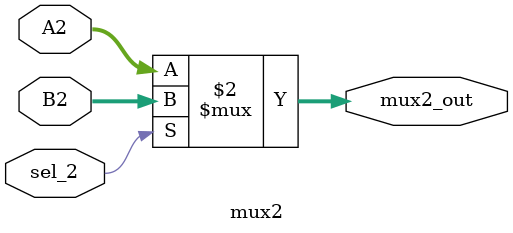
<source format=v>

module mux2(sel_2, A2, B2, mux2_out);


input sel_2;
input [31:0] A2, B2;
output [31:0] mux2_out;


assign mux2_out = (sel_2 == 1'b0) ? A2 : B2;

endmodule

</source>
